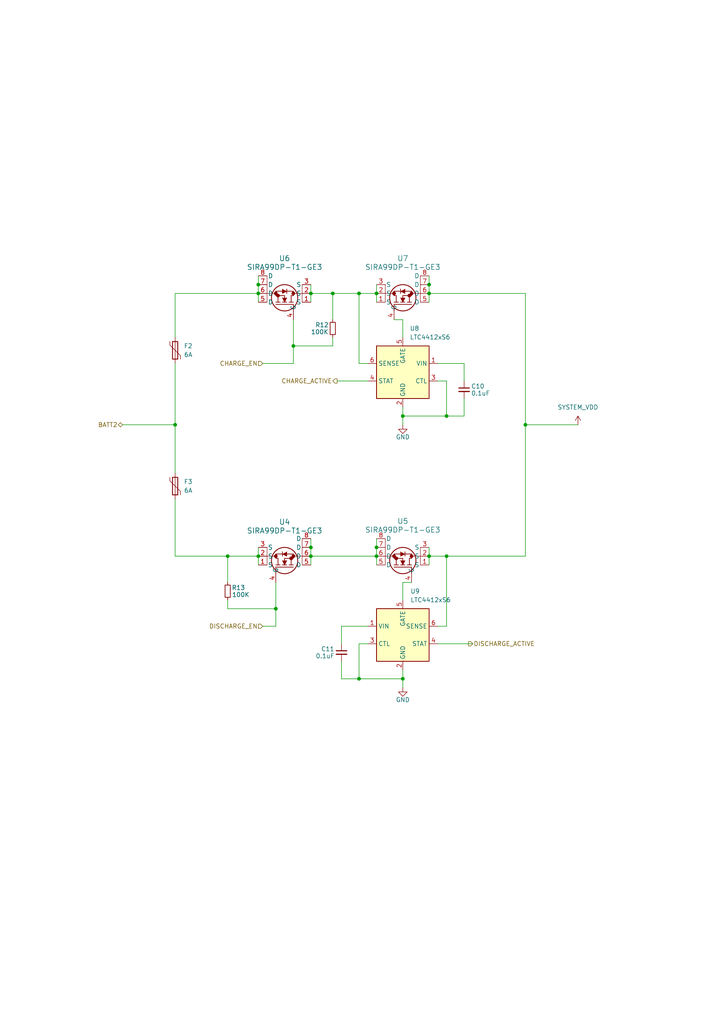
<source format=kicad_sch>
(kicad_sch (version 20231120) (generator "eeschema") (generator_version "8.0")
  (paper "A4" portrait)
  (lib_symbols
    (symbol "Battery-Board:SIRA99DP-T1-GE3" (pin_names (offset 0.254))
      (property "Reference" "U" (at 11.43 -0.635 0))
      (property "Value" "SIRA99DP-T1-GE3" (at 11.43 -5.08 0))
      (symbol "SIRA99DP-T1-GE3_0_1"
        (polyline (pts (xy 2.54 0) (xy 4.445 0)) (stroke (width 0.2032)))
        (polyline (pts (xy 4.445 -5.08) (xy 4.445 0)) (stroke (width 0.2032)))
        (polyline (pts (xy 5.08 -7.62) (xy 12.7 -7.62)) (stroke (width 0.127)))
        (polyline (pts (xy 5.08 -5.08) (xy 5.08 -3.81)) (stroke (width 0.2032)))
        (polyline (pts (xy 5.08 -4.445) (xy 6.985 -4.445)) (stroke (width 0.2032)))
        (polyline (pts (xy 5.08 -3.175) (xy 5.08 -1.905)) (stroke (width 0.2032)))
        (polyline (pts (xy 5.08 -1.27) (xy 5.08 0)) (stroke (width 0.2032)))
        (polyline (pts (xy 5.08 -0.635) (xy 6.985 -0.635)) (stroke (width 0.2032)))
        (polyline (pts (xy 5.08 2.54) (xy 10.16 2.54)) (stroke (width 0.127)))
        (polyline (pts (xy 6.35 -2.54) (xy 6.985 -2.54)) (stroke (width 0.2032)))
        (polyline (pts (xy 6.985 -5.08) (xy 6.985 -2.54)) (stroke (width 0.2032)))
        (polyline (pts (xy 6.985 -5.08) (xy 8.255 -5.08)) (stroke (width 0.2032)))
        (polyline (pts (xy 6.985 -0.635) (xy 6.985 0)) (stroke (width 0.2032)))
        (polyline (pts (xy 6.985 0) (xy 8.255 0)) (stroke (width 0.2032)))
        (polyline (pts (xy 7.62 -7.62) (xy 7.62 -5.08)) (stroke (width 0.127)))
        (polyline (pts (xy 7.62 2.54) (xy 7.62 0)) (stroke (width 0.127)))
        (polyline (pts (xy 8.255 -5.08) (xy 8.255 -3.175)) (stroke (width 0.2032)))
        (polyline (pts (xy 8.255 -1.905) (xy 8.255 0)) (stroke (width 0.2032)))
        (polyline (pts (xy 8.89 -1.905) (xy 7.62 -1.905)) (stroke (width 0.2032)))
        (polyline (pts (xy 6.35 -1.905) (xy 5.08 -2.54) (xy 6.35 -3.175)) (fill (type outline)))
        (polyline (pts (xy 8.89 -3.175) (xy 7.62 -3.175) (xy 8.255 -1.905)) (fill (type outline)))
        (circle (center 6.35 -2.54) (radius 3.81) (stroke (width 0.254)))
        (circle (center 6.985 -4.445) (radius 0.0254) (stroke (width 0.508)))
        (circle (center 7.62 -5.08) (radius 0.0254) (stroke (width 0.508)))
        (circle (center 7.62 0) (radius 0.0254) (stroke (width 0.508)))
        (pin unspecified line (at 5.08 5.08 270) (length 2.54) (name "S") (number "1"))
        (pin unspecified line (at 7.62 5.08 270) (length 2.54) (name "S") (number "2"))
        (pin unspecified line (at 10.16 5.08 270) (length 2.54) (name "S") (number "3"))
        (pin unspecified line (at 0 0 0) (length 2.54) (name "G") (number "4"))
        (pin unspecified line (at 5.08 -10.16 90) (length 2.54) (name "D") (number "5"))
        (pin unspecified line (at 7.62 -10.16 90) (length 2.54) (name "D") (number "6"))
        (pin unspecified line (at 10.16 -10.16 90) (length 2.54) (name "D") (number "7"))
        (pin unspecified line (at 12.7 -10.16 90) (length 2.54) (name "D") (number "8"))
      )
    )
    (symbol "Device:C_Small" (pin_numbers hide) (pin_names (offset 0.254) hide)
      (property "Reference" "C" (at 0.254 1.778 0))
      (property "Value" "C_Small" (at 0.254 -2.032 0))
      (symbol "C_Small_0_1"
        (polyline (pts (xy -1.524 -0.508) (xy 1.524 -0.508)) (stroke (width 0.3302)))
        (polyline (pts (xy -1.524 0.508) (xy 1.524 0.508)) (stroke (width 0.3048)))
      )
      (symbol "C_Small_1_1"
        (pin passive line (at 0 2.54 270) (length 2.032) (name "~") (number "1"))
        (pin passive line (at 0 -2.54 90) (length 2.032) (name "~") (number "2"))
      )
    )
    (symbol "Device:Polyfuse" (pin_numbers hide) (pin_names (offset 0))
      (property "Reference" "F" (at -2.54 0 90))
      (property "Value" "Polyfuse" (at 2.54 0 90))
      (symbol "Polyfuse_0_1"
        (rectangle (start -0.762 2.54) (end 0.762 -2.54) (stroke (width 0.254)))
        (polyline (pts (xy 0 2.54) (xy 0 -2.54)))
        (polyline (pts (xy -1.524 2.54) (xy -1.524 1.524) (xy 1.524 -1.524) (xy 1.524 -2.54)))
      )
      (symbol "Polyfuse_1_1"
        (pin passive line (at 0 3.81 270) (length 1.27) (name "~") (number "1"))
        (pin passive line (at 0 -3.81 90) (length 1.27) (name "~") (number "2"))
      )
    )
    (symbol "Device:R_Small" (pin_numbers hide) (pin_names (offset 0.254) hide)
      (property "Reference" "R" (at 0.762 0.508 0))
      (property "Value" "R_Small" (at 0.762 -1.016 0))
      (symbol "R_Small_0_1"
        (rectangle (start -0.762 1.778) (end 0.762 -1.778) (stroke (width 0.2032)))
      )
      (symbol "R_Small_1_1"
        (pin passive line (at 0 2.54 270) (length 0.762) (name "~") (number "1"))
        (pin passive line (at 0 -2.54 90) (length 0.762) (name "~") (number "2"))
      )
    )
    (symbol "Power_Management:LTC4412xS6"
      (property "Reference" "U" (at -6.35 8.89 0))
      (property "Value" "LTC4412xS6" (at 6.35 8.89 0))
      (symbol "LTC4412xS6_0_1"
        (rectangle (start -7.62 7.62) (end 7.62 -7.62) (stroke (width 0.254)) (fill (type background)))
      )
      (symbol "LTC4412xS6_1_1"
        (pin power_in line (at -10.16 2.54 0) (length 2.54) (name "VIN") (number "1"))
        (pin power_in line (at 0 -10.16 90) (length 2.54) (name "GND") (number "2"))
        (pin input line (at -10.16 -2.54 0) (length 2.54) (name "CTL") (number "3"))
        (pin open_collector line (at 10.16 -2.54 180) (length 2.54) (name "STAT") (number "4"))
        (pin output line (at 0 10.16 270) (length 2.54) (name "GATE") (number "5"))
        (pin input line (at 10.16 2.54 180) (length 2.54) (name "SENSE") (number "6"))
      )
    )
    (symbol "power:+1V0" (power) (pin_numbers hide) (pin_names (offset 0) hide)
      (property "Value" "+1V0" (at 0 3.556 0))
      (symbol "+1V0_0_1"
        (polyline (pts (xy -0.762 1.27) (xy 0 2.54)))
        (polyline (pts (xy 0 0) (xy 0 2.54)))
        (polyline (pts (xy 0 2.54) (xy 0.762 1.27)))
      )
      (symbol "+1V0_1_1"
        (pin power_in line (at 0 0 90) (length 0) (name "~") (number "1"))
      )
    )
    (symbol "power:GND" (power) (pin_numbers hide) (pin_names (offset 0) hide)
      (property "Value" "GND" (at 0 -3.81 0))
      (symbol "GND_0_1"
        (polyline (pts (xy 0 0) (xy 0 -1.27) (xy 1.27 -1.27) (xy 0 -2.54) (xy -1.27 -1.27) (xy 0 -1.27)))
      )
      (symbol "GND_1_1"
        (pin power_in line (at 0 0 270) (length 0) (name "~") (number "1"))
      )
    )
  )
  (junction (at 109.22 161.29))
  (junction (at 90.17 158.75))
  (junction (at 152.4 123.19))
  (junction (at 90.17 161.29))
  (junction (at 129.54 161.29))
  (junction (at 74.93 82.55))
  (junction (at 85.09 100.33))
  (junction (at 109.22 85.09))
  (junction (at 96.52 85.09))
  (junction (at 116.84 196.85))
  (junction (at 80.01 176.53))
  (junction (at 104.14 85.09))
  (junction (at 124.46 85.09))
  (junction (at 50.8 123.19))
  (junction (at 129.54 120.65))
  (junction (at 109.22 158.75))
  (junction (at 74.93 85.09))
  (junction (at 124.46 161.29))
  (junction (at 124.46 82.55))
  (junction (at 90.17 85.09))
  (junction (at 66.04 161.29))
  (junction (at 74.93 161.29))
  (junction (at 116.84 120.65))
  (junction (at 104.14 196.85))
  (wire (pts (xy 74.93 82.55) (xy 74.93 85.09)))
  (wire (pts (xy 127 105.41) (xy 134.62 105.41)))
  (wire (pts (xy 124.46 85.09) (xy 124.46 87.63)))
  (wire (pts (xy 116.84 173.99) (xy 116.84 168.91)))
  (wire (pts (xy 80.01 168.91) (xy 80.01 176.53)))
  (wire (pts (xy 50.8 144.78) (xy 50.8 161.29)))
  (wire (pts (xy 129.54 161.29) (xy 152.4 161.29)))
  (wire (pts (xy 116.84 168.91) (xy 119.38 168.91)))
  (wire (pts (xy 152.4 85.09) (xy 124.46 85.09)))
  (wire (pts (xy 50.8 123.19) (xy 50.8 137.16)))
  (wire (pts (xy 104.14 85.09) (xy 104.14 105.41)))
  (wire (pts (xy 74.93 161.29) (xy 74.93 163.83)))
  (wire (pts (xy 50.8 161.29) (xy 66.04 161.29)))
  (wire (pts (xy 109.22 158.75) (xy 109.22 161.29)))
  (wire (pts (xy 66.04 161.29) (xy 74.93 161.29)))
  (wire (pts (xy 96.52 97.79) (xy 96.52 100.33)))
  (wire (pts (xy 104.14 196.85) (xy 104.14 186.69)))
  (wire (pts (xy 109.22 161.29) (xy 109.22 163.83)))
  (wire (pts (xy 124.46 161.29) (xy 124.46 163.83)))
  (wire (pts (xy 74.93 80.01) (xy 74.93 82.55)))
  (wire (pts (xy 74.93 85.09) (xy 74.93 87.63)))
  (wire (pts (xy 50.8 85.09) (xy 74.93 85.09)))
  (wire (pts (xy 127 181.61) (xy 129.54 181.61)))
  (wire (pts (xy 104.14 196.85) (xy 99.06 196.85)))
  (wire (pts (xy 116.84 92.71) (xy 114.3 92.71)))
  (wire (pts (xy 116.84 196.85) (xy 104.14 196.85)))
  (wire (pts (xy 106.68 105.41) (xy 104.14 105.41)))
  (wire (pts (xy 152.4 123.19) (xy 152.4 85.09)))
  (wire (pts (xy 124.46 161.29) (xy 129.54 161.29)))
  (wire (pts (xy 129.54 120.65) (xy 129.54 110.49)))
  (wire (pts (xy 124.46 82.55) (xy 124.46 85.09)))
  (wire (pts (xy 116.84 196.85) (xy 116.84 199.39)))
  (wire (pts (xy 74.93 158.75) (xy 74.93 161.29)))
  (wire (pts (xy 90.17 82.55) (xy 90.17 85.09)))
  (wire (pts (xy 50.8 85.09) (xy 50.8 97.79)))
  (wire (pts (xy 104.14 85.09) (xy 109.22 85.09)))
  (wire (pts (xy 96.52 85.09) (xy 104.14 85.09)))
  (wire (pts (xy 80.01 176.53) (xy 80.01 181.61)))
  (wire (pts (xy 90.17 156.21) (xy 90.17 158.75)))
  (wire (pts (xy 116.84 120.65) (xy 116.84 118.11)))
  (wire (pts (xy 129.54 120.65) (xy 134.62 120.65)))
  (wire (pts (xy 127 110.49) (xy 129.54 110.49)))
  (wire (pts (xy 90.17 158.75) (xy 90.17 161.29)))
  (wire (pts (xy 116.84 120.65) (xy 129.54 120.65)))
  (wire (pts (xy 90.17 161.29) (xy 109.22 161.29)))
  (wire (pts (xy 35.56 123.19) (xy 50.8 123.19)))
  (wire (pts (xy 134.62 120.65) (xy 134.62 115.57)))
  (wire (pts (xy 106.68 186.69) (xy 104.14 186.69)))
  (wire (pts (xy 134.62 105.41) (xy 134.62 110.49)))
  (wire (pts (xy 124.46 158.75) (xy 124.46 161.29)))
  (wire (pts (xy 80.01 176.53) (xy 66.04 176.53)))
  (wire (pts (xy 66.04 173.99) (xy 66.04 176.53)))
  (wire (pts (xy 76.2 105.41) (xy 85.09 105.41)))
  (wire (pts (xy 116.84 196.85) (xy 116.84 194.31)))
  (wire (pts (xy 97.79 110.49) (xy 106.68 110.49)))
  (wire (pts (xy 90.17 161.29) (xy 90.17 163.83)))
  (wire (pts (xy 109.22 156.21) (xy 109.22 158.75)))
  (wire (pts (xy 85.09 100.33) (xy 96.52 100.33)))
  (wire (pts (xy 99.06 181.61) (xy 99.06 186.69)))
  (wire (pts (xy 66.04 161.29) (xy 66.04 168.91)))
  (wire (pts (xy 109.22 82.55) (xy 109.22 85.09)))
  (wire (pts (xy 109.22 85.09) (xy 109.22 87.63)))
  (wire (pts (xy 85.09 92.71) (xy 85.09 100.33)))
  (wire (pts (xy 99.06 196.85) (xy 99.06 191.77)))
  (wire (pts (xy 90.17 85.09) (xy 96.52 85.09)))
  (wire (pts (xy 127 186.69) (xy 137.16 186.69)))
  (wire (pts (xy 152.4 123.19) (xy 167.64 123.19)))
  (wire (pts (xy 76.2 181.61) (xy 80.01 181.61)))
  (wire (pts (xy 106.68 181.61) (xy 99.06 181.61)))
  (wire (pts (xy 129.54 161.29) (xy 129.54 181.61)))
  (wire (pts (xy 116.84 97.79) (xy 116.84 92.71)))
  (wire (pts (xy 90.17 85.09) (xy 90.17 87.63)))
  (wire (pts (xy 50.8 105.41) (xy 50.8 123.19)))
  (wire (pts (xy 124.46 80.01) (xy 124.46 82.55)))
  (wire (pts (xy 152.4 161.29) (xy 152.4 123.19)))
  (wire (pts (xy 85.09 100.33) (xy 85.09 105.41)))
  (wire (pts (xy 96.52 85.09) (xy 96.52 92.71)))
  (wire (pts (xy 116.84 120.65) (xy 116.84 123.19)))
  (hierarchical_label "BATT2" (shape bidirectional) (at 35.56 123.19 180))
  (hierarchical_label "DISCHARGE_ACTIVE" (shape output) (at 135.89 186.69 0))
  (hierarchical_label "CHARGE_ACTIVE" (shape output) (at 97.79 110.49 180))
  (hierarchical_label "DISCHARGE_EN" (shape input) (at 76.2 181.61 180))
  (hierarchical_label "CHARGE_EN" (shape input) (at 76.2 105.41 180))
  (symbol (lib_id "Device:R_Small") (at 66.04 171.45 0) (mirror y) (unit 1)
    (property "Reference" "R13" (at 71.12 170.434 0) (effects (justify left)))
    (property "Value" "100K" (at 72.39 172.466 0) (effects (justify left)))
    (property "Footprint" "Resistor_SMD:R_0603_1608Metric" (effects (hide yes)))
    (property "Description" "Resistor, small symbol" (effects (hide yes)))
  )
  (symbol (lib_id "power:GND") (at 116.84 199.39 0) (mirror y) (unit 1)
    (property "Reference" "#PWR05" (effects (hide yes)))
    (property "Value" "GND" (at 116.84 202.946 0))
    (property "Description" "Power symbol creates a global label with name \"GND\" , ground" (effects (hide yes)))
  )
  (symbol (lib_id "Battery-Board:SIRA99DP-T1-GE3") (at 85.09 92.71 270) (mirror x) (unit 1)
    (property "Reference" "U6" (at 82.55 74.93 90) (effects (font (size 1.524 1.524))))
    (property "Value" "SIRA99DP-T1-GE3" (at 82.55 77.47 90) (effects (font (size 1.524 1.524))))
    (property "Footprint" "Battery-Board:MOSFET_7DP-T1-GE3_VIS" (effects (hide yes)))
    (property "Datasheet" "SIRA99DP-T1-GE3" (effects (hide yes)))
  )
  (symbol (lib_id "power:GND") (at 116.84 123.19 0) (unit 1)
    (property "Reference" "#PWR04" (effects (hide yes)))
    (property "Value" "GND" (at 116.84 126.746 0))
    (property "Description" "Power symbol creates a global label with name \"GND\" , ground" (effects (hide yes)))
  )
  (symbol (lib_id "Battery-Board:SIRA99DP-T1-GE3") (at 114.3 92.71 90) (unit 1)
    (property "Reference" "U7" (at 116.84 74.93 90) (effects (font (size 1.524 1.524))))
    (property "Value" "SIRA99DP-T1-GE3" (at 116.84 77.47 90) (effects (font (size 1.524 1.524))))
    (property "Footprint" "Battery-Board:MOSFET_7DP-T1-GE3_VIS" (effects (hide yes)))
    (property "Datasheet" "SIRA99DP-T1-GE3" (effects (hide yes)))
  )
  (symbol (lib_id "Device:R_Small") (at 96.52 95.25 0) (unit 1)
    (property "Reference" "R12" (at 91.44 94.234 0) (effects (justify left)))
    (property "Value" "100K" (at 90.17 96.266 0) (effects (justify left)))
    (property "Footprint" "Resistor_SMD:R_0603_1608Metric" (effects (hide yes)))
    (property "Description" "Resistor, small symbol" (effects (hide yes)))
  )
  (symbol (lib_id "Device:Polyfuse") (at 50.8 140.97 180) (unit 1)
    (property "Reference" "F3" (at 53.34 139.6999 0) (effects (justify right)))
    (property "Value" "6A" (at 53.34 142.2399 0) (effects (justify right)))
    (property "Footprint" "Fuse:Fuse_0805_2012Metric" (effects (hide yes)))
    (property "Description" "Resettable fuse, polymeric positive temperature coefficient" (effects (hide yes)))
  )
  (symbol (lib_id "Device:C_Small") (at 99.06 189.23 0) (mirror y) (unit 1)
    (property "Reference" "C11" (at 97.028 188.214 0) (effects (justify left)))
    (property "Value" "0.1uF" (at 97.028 190.246 0) (effects (justify left)))
    (property "Footprint" "Capacitor_SMD:C_0603_1608Metric" (effects (hide yes)))
    (property "Description" "Unpolarized capacitor, small symbol" (effects (hide yes)))
  )
  (symbol (lib_id "Device:Polyfuse") (at 50.8 101.6 180) (unit 1)
    (property "Reference" "F2" (at 53.34 100.3299 0) (effects (justify right)))
    (property "Value" "6A" (at 53.34 102.8699 0) (effects (justify right)))
    (property "Footprint" "Fuse:Fuse_0805_2012Metric" (effects (hide yes)))
    (property "Description" "Resettable fuse, polymeric positive temperature coefficient" (effects (hide yes)))
  )
  (symbol (lib_id "Device:C_Small") (at 134.62 113.03 0) (unit 1)
    (property "Reference" "C10" (at 136.652 112.014 0) (effects (justify left)))
    (property "Value" "0.1uF" (at 136.652 114.046 0) (effects (justify left)))
    (property "Footprint" "Capacitor_SMD:C_0603_1608Metric" (effects (hide yes)))
    (property "Description" "Unpolarized capacitor, small symbol" (effects (hide yes)))
  )
  (symbol (lib_id "power:+1V0") (at 167.64 123.19 0) (unit 1)
    (property "Reference" "#PWR050" (effects (hide yes)))
    (property "Value" "SYSTEM_VDD" (at 167.64 118.11 0))
    (property "Description" "Power symbol creates a global label with name \"+1V0\"" (effects (hide yes)))
  )
  (symbol (lib_id "Power_Management:LTC4412xS6") (at 116.84 107.95 0) (mirror y) (unit 1)
    (property "Reference" "U8" (at 118.872 95.25 0) (effects (justify right)))
    (property "Value" "LTC4412xS6" (at 118.872 97.79 0) (effects (justify right)))
    (property "Footprint" "Package_TO_SOT_SMD:TSOT-23-6" (effects (hide yes)))
    (property "Datasheet" "https://www.analog.com/media/en/technical-documentation/data-sheets/4412fb.pdf" (effects (hide yes)))
    (property "Description" "Low Loss PowerPath Controller, TSOT-23-6" (effects (hide yes)))
  )
  (symbol (lib_id "Battery-Board:SIRA99DP-T1-GE3") (at 119.38 168.91 270) (mirror x) (unit 1)
    (property "Reference" "U5" (at 116.84 151.13 90) (effects (font (size 1.524 1.524))))
    (property "Value" "SIRA99DP-T1-GE3" (at 116.84 153.67 90) (effects (font (size 1.524 1.524))))
    (property "Footprint" "Battery-Board:MOSFET_7DP-T1-GE3_VIS" (effects (hide yes)))
    (property "Datasheet" "SIRA99DP-T1-GE3" (effects (hide yes)))
  )
  (symbol (lib_id "Power_Management:LTC4412xS6") (at 116.84 184.15 0) (unit 1)
    (property "Reference" "U9" (at 119.0341 171.45 0) (effects (justify left)))
    (property "Value" "LTC4412xS6" (at 119.0341 173.99 0) (effects (justify left)))
    (property "Footprint" "Package_TO_SOT_SMD:TSOT-23-6" (effects (hide yes)))
    (property "Datasheet" "https://www.analog.com/media/en/technical-documentation/data-sheets/4412fb.pdf" (effects (hide yes)))
    (property "Description" "Low Loss PowerPath Controller, TSOT-23-6" (effects (hide yes)))
  )
  (symbol (lib_id "Battery-Board:SIRA99DP-T1-GE3") (at 80.01 168.91 90) (unit 1)
    (property "Reference" "U4" (at 82.55 151.3682 90) (effects (font (size 1.524 1.524))))
    (property "Value" "SIRA99DP-T1-GE3" (at 82.55 153.9082 90) (effects (font (size 1.524 1.524))))
    (property "Footprint" "Battery-Board:MOSFET_7DP-T1-GE3_VIS" (effects (hide yes)))
    (property "Datasheet" "SIRA99DP-T1-GE3" (effects (hide yes)))
  )
)
</source>
